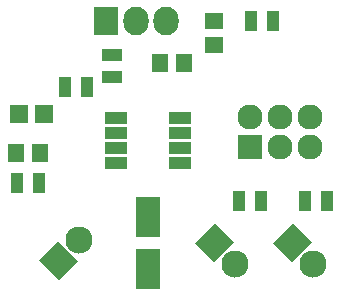
<source format=gts>
G04 #@! TF.FileFunction,Soldermask,Top*
%FSLAX46Y46*%
G04 Gerber Fmt 4.6, Leading zero omitted, Abs format (unit mm)*
G04 Created by KiCad (PCBNEW 4.0.1-stable) date Tuesday, March 29, 2016 'AMt' 12:48:36 AM*
%MOMM*%
G01*
G04 APERTURE LIST*
%ADD10C,0.100000*%
%ADD11R,2.000200X3.399740*%
%ADD12R,1.400000X1.650000*%
%ADD13C,2.300000*%
%ADD14R,1.598880X1.598880*%
%ADD15R,1.950000X1.000000*%
%ADD16R,1.650000X1.400000*%
%ADD17R,2.127200X2.127200*%
%ADD18O,2.127200X2.127200*%
%ADD19R,2.127200X2.432000*%
%ADD20O,2.127200X2.432000*%
%ADD21R,1.100000X1.700000*%
%ADD22R,1.700000X1.100000*%
G04 APERTURE END LIST*
D10*
D11*
X136144000Y-118531640D03*
X136144000Y-114132360D03*
D12*
X139176000Y-101092000D03*
X137176000Y-101092000D03*
X124984000Y-108712000D03*
X126984000Y-108712000D03*
D10*
G36*
X130185701Y-117891355D02*
X128559355Y-119517701D01*
X126862299Y-117820645D01*
X128488645Y-116194299D01*
X130185701Y-117891355D01*
X130185701Y-117891355D01*
G37*
D13*
X130320051Y-116059949D03*
D10*
G36*
X148300645Y-117993701D02*
X146674299Y-116367355D01*
X148371355Y-114670299D01*
X149997701Y-116296645D01*
X148300645Y-117993701D01*
X148300645Y-117993701D01*
G37*
D13*
X150132051Y-118128051D03*
D10*
G36*
X141696645Y-117993701D02*
X140070299Y-116367355D01*
X141767355Y-114670299D01*
X143393701Y-116296645D01*
X141696645Y-117993701D01*
X141696645Y-117993701D01*
G37*
D13*
X143528051Y-118128051D03*
D14*
X125188980Y-105410000D03*
X127287020Y-105410000D03*
D15*
X133444000Y-105791000D03*
X133444000Y-107061000D03*
X133444000Y-108331000D03*
X133444000Y-109601000D03*
X138844000Y-109601000D03*
X138844000Y-108331000D03*
X138844000Y-107061000D03*
X138844000Y-105791000D03*
D16*
X141732000Y-99552000D03*
X141732000Y-97552000D03*
D17*
X144780000Y-108204000D03*
D18*
X144780000Y-105664000D03*
X147320000Y-108204000D03*
X147320000Y-105664000D03*
X149860000Y-108204000D03*
X149860000Y-105664000D03*
D19*
X132588000Y-97536000D03*
D20*
X135128000Y-97536000D03*
X137668000Y-97536000D03*
D21*
X125034000Y-111252000D03*
X126934000Y-111252000D03*
X149418000Y-112776000D03*
X151318000Y-112776000D03*
X143830000Y-112776000D03*
X145730000Y-112776000D03*
X130998000Y-103124000D03*
X129098000Y-103124000D03*
D22*
X133096000Y-100396000D03*
X133096000Y-102296000D03*
D21*
X144846000Y-97536000D03*
X146746000Y-97536000D03*
M02*

</source>
